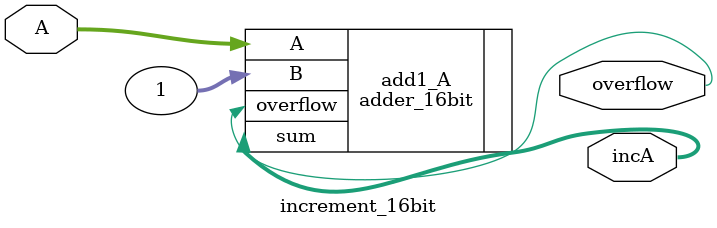
<source format=v>
`timescale 1ns / 1ps


module increment_16bit(
    input [15:0] A,
    output [15:0] incA,
    output overflow
);

adder_16bit add1_A (.A(A), .B(1), .sum(incA), .overflow(overflow));

endmodule

</source>
